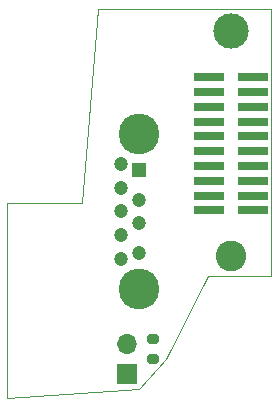
<source format=gbr>
%TF.GenerationSoftware,KiCad,Pcbnew,7.0.10*%
%TF.CreationDate,2024-06-17T16:45:55-04:00*%
%TF.ProjectId,MidInterface1.1.1,4d696449-6e74-4657-9266-616365312e31,rev?*%
%TF.SameCoordinates,PX772dc40PY4d83c00*%
%TF.FileFunction,Soldermask,Top*%
%TF.FilePolarity,Negative*%
%FSLAX46Y46*%
G04 Gerber Fmt 4.6, Leading zero omitted, Abs format (unit mm)*
G04 Created by KiCad (PCBNEW 7.0.10) date 2024-06-17 16:45:55*
%MOMM*%
%LPD*%
G01*
G04 APERTURE LIST*
G04 Aperture macros list*
%AMRoundRect*
0 Rectangle with rounded corners*
0 $1 Rounding radius*
0 $2 $3 $4 $5 $6 $7 $8 $9 X,Y pos of 4 corners*
0 Add a 4 corners polygon primitive as box body*
4,1,4,$2,$3,$4,$5,$6,$7,$8,$9,$2,$3,0*
0 Add four circle primitives for the rounded corners*
1,1,$1+$1,$2,$3*
1,1,$1+$1,$4,$5*
1,1,$1+$1,$6,$7*
1,1,$1+$1,$8,$9*
0 Add four rect primitives between the rounded corners*
20,1,$1+$1,$2,$3,$4,$5,0*
20,1,$1+$1,$4,$5,$6,$7,0*
20,1,$1+$1,$6,$7,$8,$9,0*
20,1,$1+$1,$8,$9,$2,$3,0*%
G04 Aperture macros list end*
%ADD10C,2.600000*%
%ADD11C,3.000000*%
%ADD12R,2.500000X0.700000*%
%ADD13RoundRect,0.200000X0.275000X-0.200000X0.275000X0.200000X-0.275000X0.200000X-0.275000X-0.200000X0*%
%ADD14R,1.700000X1.700000*%
%ADD15O,1.700000X1.700000*%
%ADD16R,1.200000X1.200000*%
%ADD17C,1.200000*%
%ADD18C,3.450000*%
%TA.AperFunction,Profile*%
%ADD19C,0.025400*%
%TD*%
G04 APERTURE END LIST*
D10*
%TO.C,H2*%
X18978000Y12000400D03*
%TD*%
D11*
%TO.C,H1*%
X18978000Y31050400D03*
%TD*%
D12*
%TO.C,J1*%
X17128000Y15900400D03*
X17128000Y17150400D03*
X17128000Y18400400D03*
X17128000Y19650400D03*
X17128000Y20900400D03*
X17128000Y22150400D03*
X17128000Y23400400D03*
X17128000Y24650400D03*
X17128000Y25900400D03*
X17128000Y27150400D03*
X20828000Y15900400D03*
X20828000Y17150400D03*
X20828000Y18400400D03*
X20828000Y19650400D03*
X20828000Y20900400D03*
X20828000Y22150400D03*
X20828000Y23400400D03*
X20828000Y24650400D03*
X20828000Y25900400D03*
X20828000Y27150400D03*
%TD*%
D13*
%TO.C,R1*%
X12369800Y3340600D03*
X12369800Y4990600D03*
%TD*%
D14*
%TO.C,J3*%
X10160000Y2032000D03*
D15*
X10160000Y4572000D03*
%TD*%
D16*
%TO.C,J2*%
X11176000Y19304000D03*
D17*
X11176000Y16804000D03*
X11176000Y14804000D03*
X11176000Y12304000D03*
X9676000Y11804000D03*
X9676000Y13804000D03*
X9676000Y15804000D03*
X9676000Y17804000D03*
X9676000Y19804000D03*
D18*
X11176000Y22374000D03*
X11176000Y9234000D03*
%TD*%
D19*
X22352000Y10312400D02*
X17018000Y10312400D01*
X6350000Y16510000D02*
X0Y16510000D01*
X7721600Y32918400D02*
X22352000Y32918400D01*
X17018000Y10312400D02*
X13462000Y3302000D01*
X11176000Y762000D02*
X13462000Y3302000D01*
X6350000Y16510000D02*
X7721600Y32918400D01*
X0Y0D02*
X0Y16510000D01*
X22352000Y32918400D02*
X22352000Y10312400D01*
X11176000Y762000D02*
X0Y0D01*
M02*

</source>
